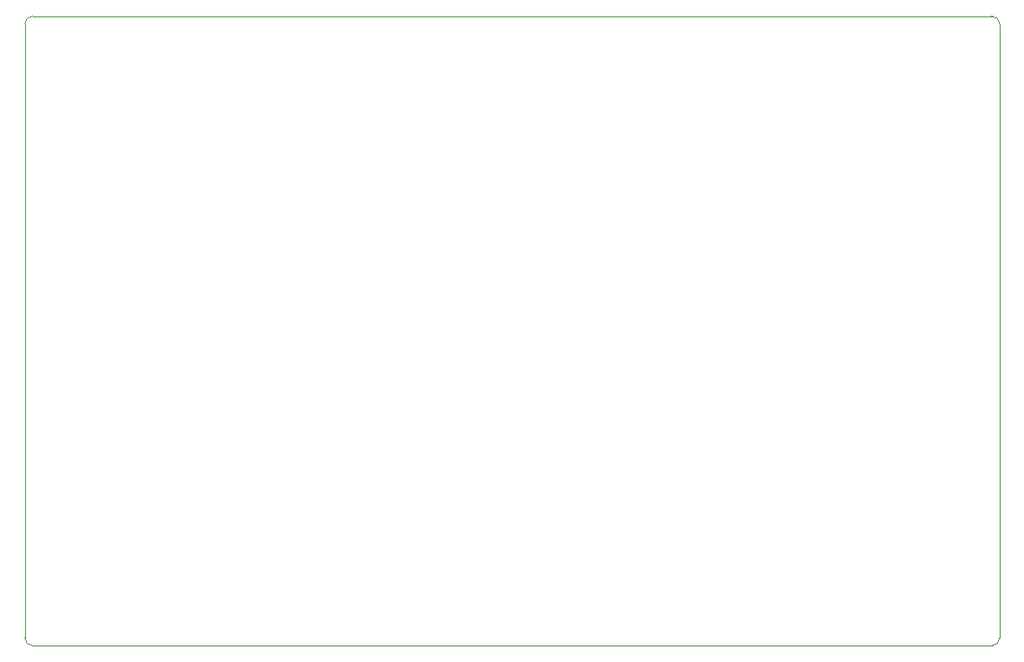
<source format=gbr>
%TF.GenerationSoftware,KiCad,Pcbnew,(5.1.6)-1*%
%TF.CreationDate,2021-01-23T13:54:21+00:00*%
%TF.ProjectId,ninja_iron,6e696e6a-615f-4697-926f-6e2e6b696361,rev?*%
%TF.SameCoordinates,Original*%
%TF.FileFunction,Profile,NP*%
%FSLAX46Y46*%
G04 Gerber Fmt 4.6, Leading zero omitted, Abs format (unit mm)*
G04 Created by KiCad (PCBNEW (5.1.6)-1) date 2021-01-23 13:54:21*
%MOMM*%
%LPD*%
G01*
G04 APERTURE LIST*
%TA.AperFunction,Profile*%
%ADD10C,0.100000*%
%TD*%
G04 APERTURE END LIST*
D10*
X170000000Y-25400000D02*
X263652000Y-25400000D01*
X170000000Y-86924000D02*
G75*
G02*
X169238000Y-86162000I0J762000D01*
G01*
X264414000Y-26162000D02*
X264414000Y-86162000D01*
X170000000Y-86924000D02*
X263652000Y-86924000D01*
X263652000Y-25400000D02*
G75*
G02*
X264414000Y-26162000I0J-762000D01*
G01*
X264414000Y-86162000D02*
G75*
G02*
X263652000Y-86924000I-762000J0D01*
G01*
X169238000Y-26162000D02*
G75*
G02*
X170000000Y-25400000I762000J0D01*
G01*
X169238000Y-26162000D02*
X169238000Y-86162000D01*
M02*

</source>
